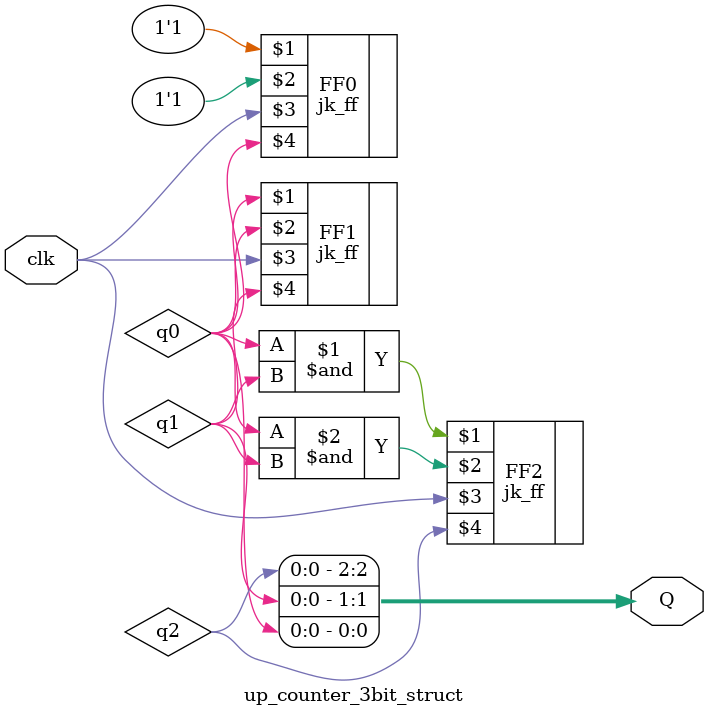
<source format=v>
module up_counter_3bit_struct (
    input clk,
    output [2:0] Q
);

    wire q0, q1, q2;

    // LSB toggles every clock
    jk_ff FF0 (1'b1, 1'b1, clk, q0);

    // Next bits toggle based on previous outputs
    jk_ff FF1 (q0, q0, clk, q1);
    jk_ff FF2 (q0 & q1, q0 & q1, clk, q2);

    assign Q = {q2, q1, q0};

endmodule

</source>
